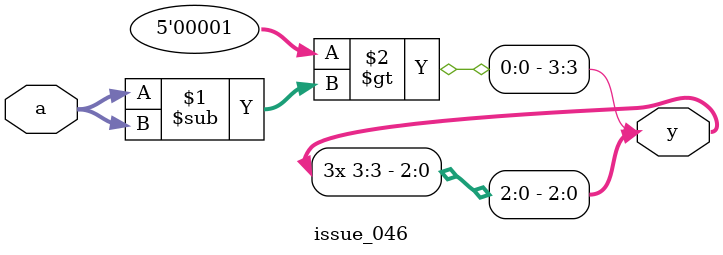
<source format=v>
module issue_046(a, y);
  input signed [3:0] a;
  output [3:0] y;

  // This should set y=4'b1111 but Verilator d7e4bc1 sets y=4'b0001 instead.
  assign y = $signed(5'd1 > a-a);
endmodule

</source>
